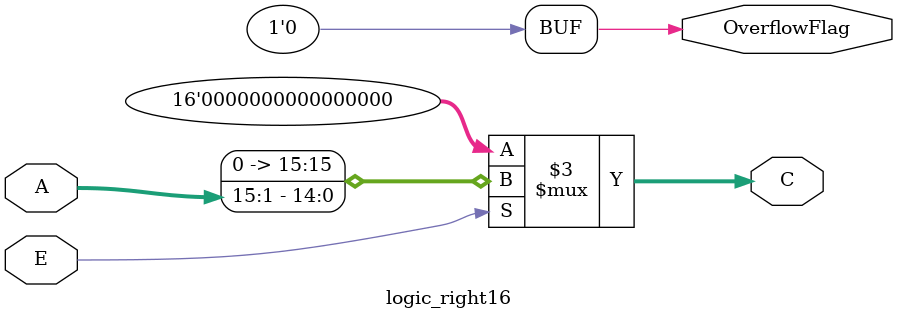
<source format=v>


// Output 1: C; calculation result, 16bit binary
// Output 2: OverflowFlag; 0
// Input 1: A; input, 16bit binary
// Input 2: E; enable, 1bit binary

module logic_right16 (output [15:0] C, output OverflowFlag,
	input [15:0] A, input E);
	assign OverflowFlag = 1'b0;
	assign C=(E==1'b1)?  (A>> 1):16'b0000000000000000;
endmodule

</source>
